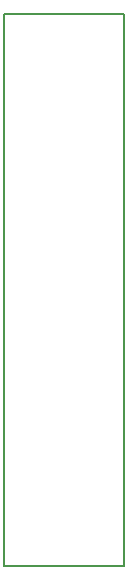
<source format=gko>
G04 (created by PCBNEW (2013-mar-25)-stable) date Friday, November 01, 2013 'AMt' 01:52:15 AM*
%MOIN*%
G04 Gerber Fmt 3.4, Leading zero omitted, Abs format*
%FSLAX34Y34*%
G01*
G70*
G90*
G04 APERTURE LIST*
%ADD10C,0.006*%
%ADD11C,0.00590551*%
G04 APERTURE END LIST*
G54D10*
G54D11*
X43000Y-18200D02*
X47000Y-18200D01*
X43000Y-36600D02*
X43000Y-18200D01*
X47000Y-18200D02*
X47000Y-36600D01*
X47000Y-36600D02*
X43000Y-36600D01*
M02*

</source>
